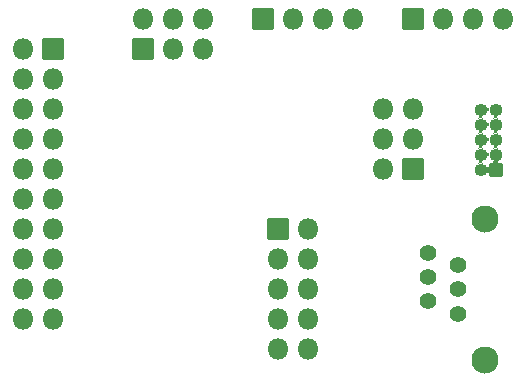
<source format=gbr>
G04 #@! TF.GenerationSoftware,KiCad,Pcbnew,(6.0.2)*
G04 #@! TF.CreationDate,2022-03-04T18:18:09+01:00*
G04 #@! TF.ProjectId,LINK,4c494e4b-2e6b-4696-9361-645f70636258,rev?*
G04 #@! TF.SameCoordinates,Original*
G04 #@! TF.FileFunction,Soldermask,Bot*
G04 #@! TF.FilePolarity,Negative*
%FSLAX46Y46*%
G04 Gerber Fmt 4.6, Leading zero omitted, Abs format (unit mm)*
G04 Created by KiCad (PCBNEW (6.0.2)) date 2022-03-04 18:18:09*
%MOMM*%
%LPD*%
G01*
G04 APERTURE LIST*
G04 Aperture macros list*
%AMRoundRect*
0 Rectangle with rounded corners*
0 $1 Rounding radius*
0 $2 $3 $4 $5 $6 $7 $8 $9 X,Y pos of 4 corners*
0 Add a 4 corners polygon primitive as box body*
4,1,4,$2,$3,$4,$5,$6,$7,$8,$9,$2,$3,0*
0 Add four circle primitives for the rounded corners*
1,1,$1+$1,$2,$3*
1,1,$1+$1,$4,$5*
1,1,$1+$1,$6,$7*
1,1,$1+$1,$8,$9*
0 Add four rect primitives between the rounded corners*
20,1,$1+$1,$2,$3,$4,$5,0*
20,1,$1+$1,$4,$5,$6,$7,0*
20,1,$1+$1,$6,$7,$8,$9,0*
20,1,$1+$1,$8,$9,$2,$3,0*%
G04 Aperture macros list end*
%ADD10RoundRect,0.051000X-0.850000X-0.850000X0.850000X-0.850000X0.850000X0.850000X-0.850000X0.850000X0*%
%ADD11O,1.802000X1.802000*%
%ADD12RoundRect,0.051000X0.850000X-0.850000X0.850000X0.850000X-0.850000X0.850000X-0.850000X-0.850000X0*%
%ADD13RoundRect,0.051000X0.500000X0.500000X-0.500000X0.500000X-0.500000X-0.500000X0.500000X-0.500000X0*%
%ADD14O,1.102000X1.102000*%
%ADD15C,2.300000*%
%ADD16C,1.402000*%
%ADD17RoundRect,0.051000X0.850000X0.850000X-0.850000X0.850000X-0.850000X-0.850000X0.850000X-0.850000X0*%
G04 APERTURE END LIST*
D10*
X127000000Y-68580000D03*
D11*
X124460000Y-68580000D03*
X127000000Y-71120000D03*
X124460000Y-71120000D03*
X127000000Y-73660000D03*
X124460000Y-73660000D03*
X127000000Y-76200000D03*
X124460000Y-76200000D03*
X127000000Y-78740000D03*
X124460000Y-78740000D03*
X127000000Y-81280000D03*
X124460000Y-81280000D03*
X127000000Y-83820000D03*
X124460000Y-83820000D03*
X127000000Y-86360000D03*
X124460000Y-86360000D03*
X127000000Y-88900000D03*
X124460000Y-88900000D03*
X127000000Y-91440000D03*
X124460000Y-91440000D03*
D12*
X144780000Y-66040000D03*
D11*
X147320000Y-66040000D03*
X149860000Y-66040000D03*
X152400000Y-66040000D03*
D13*
X164455000Y-78750000D03*
D14*
X163185000Y-78750000D03*
X164455000Y-77480000D03*
X163185000Y-77480000D03*
X164455000Y-76210000D03*
X163185000Y-76210000D03*
X164455000Y-74940000D03*
X163185000Y-74940000D03*
X164455000Y-73670000D03*
X163185000Y-73670000D03*
D12*
X157480000Y-66040000D03*
D11*
X160020000Y-66040000D03*
X162560000Y-66040000D03*
X165100000Y-66040000D03*
D15*
X163590000Y-82900000D03*
X163590000Y-94900000D03*
D16*
X158750000Y-85840000D03*
X161290000Y-86860000D03*
X158750000Y-87880000D03*
X161290000Y-88900000D03*
X158750000Y-89920000D03*
X161290000Y-90940000D03*
D17*
X157480000Y-78740000D03*
D11*
X154940000Y-78740000D03*
X157480000Y-76200000D03*
X154940000Y-76200000D03*
X157480000Y-73660000D03*
X154940000Y-73660000D03*
D10*
X146050000Y-83820000D03*
D11*
X148590000Y-83820000D03*
X146050000Y-86360000D03*
X148590000Y-86360000D03*
X146050000Y-88900000D03*
X148590000Y-88900000D03*
X146050000Y-91440000D03*
X148590000Y-91440000D03*
X146050000Y-93980000D03*
X148590000Y-93980000D03*
D12*
X134635000Y-68585000D03*
D11*
X134635000Y-66045000D03*
X137175000Y-68585000D03*
X137175000Y-66045000D03*
X139715000Y-68585000D03*
X139715000Y-66045000D03*
G36*
X163905212Y-78427842D02*
G01*
X163906000Y-78429433D01*
X163906000Y-79071633D01*
X163905000Y-79073365D01*
X163903000Y-79073365D01*
X163902081Y-79072196D01*
X163882405Y-79005184D01*
X163830062Y-78959829D01*
X163761509Y-78949972D01*
X163698462Y-78978765D01*
X163679514Y-79005331D01*
X163677694Y-79006161D01*
X163676719Y-79005794D01*
X163676329Y-79005514D01*
X163667444Y-79017878D01*
X163665621Y-79018701D01*
X163663997Y-79017534D01*
X163663972Y-79015946D01*
X163715276Y-78892087D01*
X163733983Y-78750000D01*
X163715276Y-78607913D01*
X163666217Y-78489473D01*
X163666478Y-78487490D01*
X163668326Y-78486725D01*
X163669713Y-78487575D01*
X163677472Y-78498864D01*
X163731422Y-78542765D01*
X163800249Y-78550496D01*
X163862328Y-78519790D01*
X163898038Y-78460253D01*
X163902016Y-78429179D01*
X163903228Y-78427588D01*
X163905212Y-78427842D01*
G37*
G36*
X163042913Y-78010276D02*
G01*
X163185000Y-78028983D01*
X163327087Y-78010276D01*
X163409489Y-77976144D01*
X163411472Y-77976405D01*
X163412237Y-77978253D01*
X163411153Y-77979779D01*
X163359595Y-78005710D01*
X163308777Y-78053204D01*
X163291776Y-78120345D01*
X163313772Y-78186015D01*
X163367960Y-78229513D01*
X163381969Y-78234131D01*
X163382279Y-78234262D01*
X163417005Y-78252648D01*
X163418068Y-78254343D01*
X163417132Y-78256110D01*
X163415304Y-78256264D01*
X163327087Y-78219724D01*
X163185000Y-78201017D01*
X163042913Y-78219724D01*
X162957563Y-78255077D01*
X162955580Y-78254816D01*
X162954815Y-78252968D01*
X162955881Y-78251452D01*
X163004002Y-78226615D01*
X163003818Y-78226258D01*
X163003912Y-78224260D01*
X163004599Y-78223606D01*
X163046886Y-78199323D01*
X163078767Y-78137836D01*
X163072345Y-78068878D01*
X163029590Y-78014249D01*
X162989165Y-77995275D01*
X162981989Y-77993393D01*
X162981542Y-77993216D01*
X162950144Y-77976168D01*
X162949099Y-77974462D01*
X162950053Y-77972705D01*
X162951863Y-77972562D01*
X163042913Y-78010276D01*
G37*
G36*
X164707304Y-77965705D02*
G01*
X164708069Y-77967553D01*
X164707452Y-77968753D01*
X164661733Y-78011482D01*
X164644732Y-78078623D01*
X164666728Y-78144293D01*
X164720814Y-78187709D01*
X164767948Y-78197038D01*
X164769453Y-78198355D01*
X164769065Y-78200317D01*
X164767560Y-78201000D01*
X164142562Y-78201000D01*
X164140830Y-78200000D01*
X164140830Y-78198000D01*
X164141999Y-78197081D01*
X164209011Y-78177405D01*
X164254366Y-78125062D01*
X164264223Y-78056509D01*
X164235405Y-77993407D01*
X164207194Y-77970729D01*
X164206471Y-77968864D01*
X164207724Y-77967305D01*
X164209212Y-77967322D01*
X164312913Y-78010276D01*
X164455000Y-78028983D01*
X164597087Y-78010276D01*
X164705321Y-77965444D01*
X164707304Y-77965705D01*
G37*
G36*
X163707126Y-77307952D02*
G01*
X163746629Y-77360254D01*
X163811626Y-77384179D01*
X163879236Y-77369167D01*
X163927969Y-77320016D01*
X163929898Y-77319490D01*
X163931319Y-77320898D01*
X163931237Y-77322189D01*
X163924724Y-77337913D01*
X163906017Y-77480000D01*
X163924724Y-77622087D01*
X163936686Y-77650967D01*
X163936425Y-77652950D01*
X163934577Y-77653715D01*
X163933230Y-77652921D01*
X163894662Y-77600731D01*
X163829921Y-77576125D01*
X163762156Y-77590428D01*
X163712713Y-77639262D01*
X163710980Y-77642906D01*
X163709333Y-77644041D01*
X163707527Y-77643182D01*
X163707326Y-77641282D01*
X163715276Y-77622087D01*
X163733983Y-77480000D01*
X163715276Y-77337913D01*
X163703682Y-77309922D01*
X163703943Y-77307939D01*
X163705791Y-77307174D01*
X163707126Y-77307952D01*
G37*
G36*
X164312913Y-76740276D02*
G01*
X164455000Y-76758983D01*
X164597087Y-76740276D01*
X164679489Y-76706144D01*
X164681472Y-76706405D01*
X164682237Y-76708253D01*
X164681153Y-76709779D01*
X164629595Y-76735710D01*
X164578777Y-76783204D01*
X164561776Y-76850345D01*
X164583772Y-76916015D01*
X164637960Y-76959513D01*
X164651969Y-76964131D01*
X164652279Y-76964262D01*
X164687005Y-76982648D01*
X164688068Y-76984343D01*
X164687132Y-76986110D01*
X164685304Y-76986264D01*
X164597087Y-76949724D01*
X164455000Y-76931017D01*
X164312913Y-76949724D01*
X164227563Y-76985077D01*
X164225580Y-76984816D01*
X164224815Y-76982968D01*
X164225881Y-76981452D01*
X164274002Y-76956615D01*
X164273818Y-76956258D01*
X164273912Y-76954260D01*
X164274599Y-76953606D01*
X164316886Y-76929323D01*
X164348767Y-76867836D01*
X164342345Y-76798878D01*
X164299590Y-76744249D01*
X164259165Y-76725275D01*
X164251989Y-76723393D01*
X164251542Y-76723216D01*
X164220144Y-76706168D01*
X164219099Y-76704462D01*
X164220053Y-76702705D01*
X164221863Y-76702562D01*
X164312913Y-76740276D01*
G37*
G36*
X163042913Y-76740276D02*
G01*
X163185000Y-76758983D01*
X163327087Y-76740276D01*
X163409489Y-76706144D01*
X163411472Y-76706405D01*
X163412237Y-76708253D01*
X163411153Y-76709779D01*
X163359595Y-76735710D01*
X163308777Y-76783204D01*
X163291776Y-76850345D01*
X163313772Y-76916015D01*
X163367960Y-76959513D01*
X163381969Y-76964131D01*
X163382279Y-76964262D01*
X163417005Y-76982648D01*
X163418068Y-76984343D01*
X163417132Y-76986110D01*
X163415304Y-76986264D01*
X163327087Y-76949724D01*
X163185000Y-76931017D01*
X163042913Y-76949724D01*
X162957563Y-76985077D01*
X162955580Y-76984816D01*
X162954815Y-76982968D01*
X162955881Y-76981452D01*
X163004002Y-76956615D01*
X163003818Y-76956258D01*
X163003912Y-76954260D01*
X163004599Y-76953606D01*
X163046886Y-76929323D01*
X163078767Y-76867836D01*
X163072345Y-76798878D01*
X163029590Y-76744249D01*
X162989165Y-76725275D01*
X162981989Y-76723393D01*
X162981542Y-76723216D01*
X162950144Y-76706168D01*
X162949099Y-76704462D01*
X162950053Y-76702705D01*
X162951863Y-76702562D01*
X163042913Y-76740276D01*
G37*
G36*
X163707126Y-76037952D02*
G01*
X163746629Y-76090254D01*
X163811626Y-76114179D01*
X163879236Y-76099167D01*
X163927969Y-76050016D01*
X163929898Y-76049490D01*
X163931319Y-76050898D01*
X163931237Y-76052189D01*
X163924724Y-76067913D01*
X163906017Y-76210000D01*
X163924724Y-76352087D01*
X163936686Y-76380967D01*
X163936425Y-76382950D01*
X163934577Y-76383715D01*
X163933230Y-76382921D01*
X163894662Y-76330731D01*
X163829921Y-76306125D01*
X163762156Y-76320428D01*
X163712713Y-76369262D01*
X163710980Y-76372906D01*
X163709333Y-76374041D01*
X163707527Y-76373182D01*
X163707326Y-76371282D01*
X163715276Y-76352087D01*
X163733983Y-76210000D01*
X163715276Y-76067913D01*
X163703682Y-76039922D01*
X163703943Y-76037939D01*
X163705791Y-76037174D01*
X163707126Y-76037952D01*
G37*
G36*
X164312913Y-75470276D02*
G01*
X164455000Y-75488983D01*
X164597087Y-75470276D01*
X164679489Y-75436144D01*
X164681472Y-75436405D01*
X164682237Y-75438253D01*
X164681153Y-75439779D01*
X164629595Y-75465710D01*
X164578777Y-75513204D01*
X164561776Y-75580345D01*
X164583772Y-75646015D01*
X164637960Y-75689513D01*
X164651969Y-75694131D01*
X164652279Y-75694262D01*
X164687005Y-75712648D01*
X164688068Y-75714343D01*
X164687132Y-75716110D01*
X164685304Y-75716264D01*
X164597087Y-75679724D01*
X164455000Y-75661017D01*
X164312913Y-75679724D01*
X164227563Y-75715077D01*
X164225580Y-75714816D01*
X164224815Y-75712968D01*
X164225881Y-75711452D01*
X164274002Y-75686615D01*
X164273818Y-75686258D01*
X164273912Y-75684260D01*
X164274599Y-75683606D01*
X164316886Y-75659323D01*
X164348767Y-75597836D01*
X164342345Y-75528878D01*
X164299590Y-75474249D01*
X164259165Y-75455275D01*
X164251989Y-75453393D01*
X164251542Y-75453216D01*
X164220144Y-75436168D01*
X164219099Y-75434462D01*
X164220053Y-75432705D01*
X164221863Y-75432562D01*
X164312913Y-75470276D01*
G37*
G36*
X163042913Y-75470276D02*
G01*
X163185000Y-75488983D01*
X163327087Y-75470276D01*
X163409489Y-75436144D01*
X163411472Y-75436405D01*
X163412237Y-75438253D01*
X163411153Y-75439779D01*
X163359595Y-75465710D01*
X163308777Y-75513204D01*
X163291776Y-75580345D01*
X163313772Y-75646015D01*
X163367960Y-75689513D01*
X163381969Y-75694131D01*
X163382279Y-75694262D01*
X163417005Y-75712648D01*
X163418068Y-75714343D01*
X163417132Y-75716110D01*
X163415304Y-75716264D01*
X163327087Y-75679724D01*
X163185000Y-75661017D01*
X163042913Y-75679724D01*
X162957563Y-75715077D01*
X162955580Y-75714816D01*
X162954815Y-75712968D01*
X162955881Y-75711452D01*
X163004002Y-75686615D01*
X163003818Y-75686258D01*
X163003912Y-75684260D01*
X163004599Y-75683606D01*
X163046886Y-75659323D01*
X163078767Y-75597836D01*
X163072345Y-75528878D01*
X163029590Y-75474249D01*
X162989165Y-75455275D01*
X162981989Y-75453393D01*
X162981542Y-75453216D01*
X162950144Y-75436168D01*
X162949099Y-75434462D01*
X162950053Y-75432705D01*
X162951863Y-75432562D01*
X163042913Y-75470276D01*
G37*
G36*
X163707126Y-74767952D02*
G01*
X163746629Y-74820254D01*
X163811626Y-74844179D01*
X163879236Y-74829167D01*
X163927969Y-74780016D01*
X163929898Y-74779490D01*
X163931319Y-74780898D01*
X163931237Y-74782189D01*
X163924724Y-74797913D01*
X163906017Y-74940000D01*
X163924724Y-75082087D01*
X163936686Y-75110967D01*
X163936425Y-75112950D01*
X163934577Y-75113715D01*
X163933230Y-75112921D01*
X163894662Y-75060731D01*
X163829921Y-75036125D01*
X163762156Y-75050428D01*
X163712713Y-75099262D01*
X163710980Y-75102906D01*
X163709333Y-75104041D01*
X163707527Y-75103182D01*
X163707326Y-75101282D01*
X163715276Y-75082087D01*
X163733983Y-74940000D01*
X163715276Y-74797913D01*
X163703682Y-74769922D01*
X163703943Y-74767939D01*
X163705791Y-74767174D01*
X163707126Y-74767952D01*
G37*
G36*
X164312913Y-74200276D02*
G01*
X164455000Y-74218983D01*
X164597087Y-74200276D01*
X164679489Y-74166144D01*
X164681472Y-74166405D01*
X164682237Y-74168253D01*
X164681153Y-74169779D01*
X164629595Y-74195710D01*
X164578777Y-74243204D01*
X164561776Y-74310345D01*
X164583772Y-74376015D01*
X164637960Y-74419513D01*
X164651969Y-74424131D01*
X164652279Y-74424262D01*
X164687005Y-74442648D01*
X164688068Y-74444343D01*
X164687132Y-74446110D01*
X164685304Y-74446264D01*
X164597087Y-74409724D01*
X164455000Y-74391017D01*
X164312913Y-74409724D01*
X164227563Y-74445077D01*
X164225580Y-74444816D01*
X164224815Y-74442968D01*
X164225881Y-74441452D01*
X164274002Y-74416615D01*
X164273818Y-74416258D01*
X164273912Y-74414260D01*
X164274599Y-74413606D01*
X164316886Y-74389323D01*
X164348767Y-74327836D01*
X164342345Y-74258878D01*
X164299590Y-74204249D01*
X164259165Y-74185275D01*
X164251989Y-74183393D01*
X164251542Y-74183216D01*
X164220144Y-74166168D01*
X164219099Y-74164462D01*
X164220053Y-74162705D01*
X164221863Y-74162562D01*
X164312913Y-74200276D01*
G37*
G36*
X163042913Y-74200276D02*
G01*
X163185000Y-74218983D01*
X163327087Y-74200276D01*
X163409489Y-74166144D01*
X163411472Y-74166405D01*
X163412237Y-74168253D01*
X163411153Y-74169779D01*
X163359595Y-74195710D01*
X163308777Y-74243204D01*
X163291776Y-74310345D01*
X163313772Y-74376015D01*
X163367960Y-74419513D01*
X163381969Y-74424131D01*
X163382279Y-74424262D01*
X163417005Y-74442648D01*
X163418068Y-74444343D01*
X163417132Y-74446110D01*
X163415304Y-74446264D01*
X163327087Y-74409724D01*
X163185000Y-74391017D01*
X163042913Y-74409724D01*
X162957563Y-74445077D01*
X162955580Y-74444816D01*
X162954815Y-74442968D01*
X162955881Y-74441452D01*
X163004002Y-74416615D01*
X163003818Y-74416258D01*
X163003912Y-74414260D01*
X163004599Y-74413606D01*
X163046886Y-74389323D01*
X163078767Y-74327836D01*
X163072345Y-74258878D01*
X163029590Y-74204249D01*
X162989165Y-74185275D01*
X162981989Y-74183393D01*
X162981542Y-74183216D01*
X162950144Y-74166168D01*
X162949099Y-74164462D01*
X162950053Y-74162705D01*
X162951863Y-74162562D01*
X163042913Y-74200276D01*
G37*
G36*
X163707126Y-73497952D02*
G01*
X163746629Y-73550254D01*
X163811626Y-73574179D01*
X163879236Y-73559167D01*
X163927969Y-73510016D01*
X163929898Y-73509490D01*
X163931319Y-73510898D01*
X163931237Y-73512189D01*
X163924724Y-73527913D01*
X163906017Y-73670000D01*
X163924724Y-73812087D01*
X163936686Y-73840967D01*
X163936425Y-73842950D01*
X163934577Y-73843715D01*
X163933230Y-73842921D01*
X163894662Y-73790731D01*
X163829921Y-73766125D01*
X163762156Y-73780428D01*
X163712713Y-73829262D01*
X163710980Y-73832906D01*
X163709333Y-73834041D01*
X163707527Y-73833182D01*
X163707326Y-73831282D01*
X163715276Y-73812087D01*
X163733983Y-73670000D01*
X163715276Y-73527913D01*
X163703682Y-73499922D01*
X163703943Y-73497939D01*
X163705791Y-73497174D01*
X163707126Y-73497952D01*
G37*
M02*

</source>
